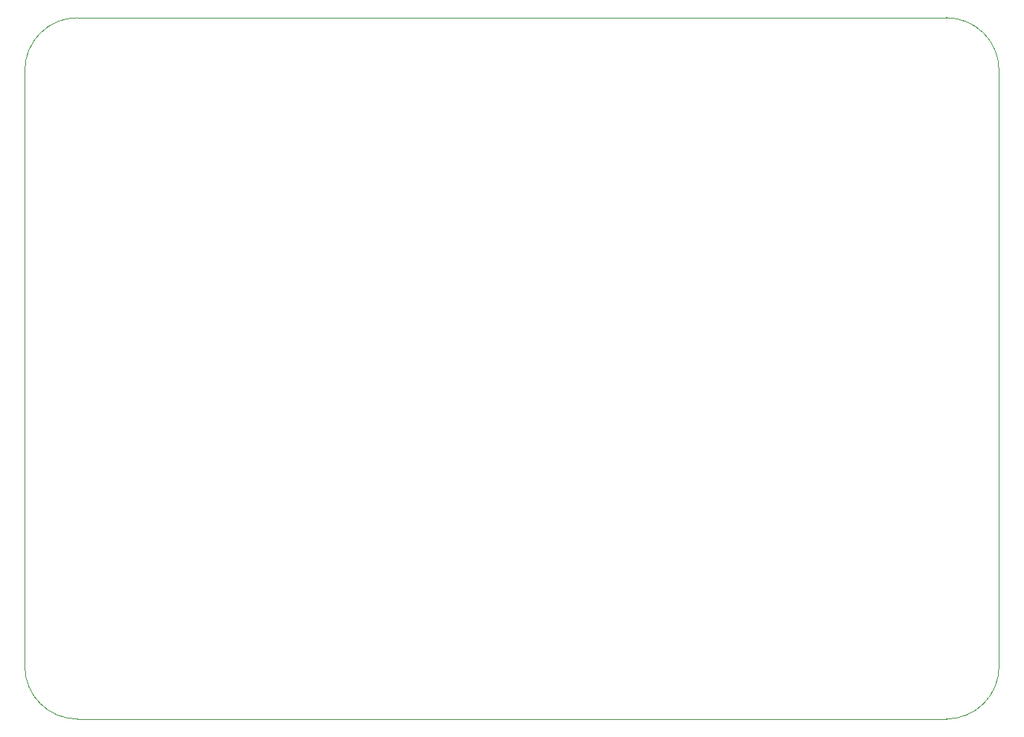
<source format=gbr>
G04 #@! TF.GenerationSoftware,KiCad,Pcbnew,(5.1.8)-1*
G04 #@! TF.CreationDate,2021-06-03T22:44:19-04:00*
G04 #@! TF.ProjectId,inkkeys,696e6b6b-6579-4732-9e6b-696361645f70,rev?*
G04 #@! TF.SameCoordinates,Original*
G04 #@! TF.FileFunction,Profile,NP*
%FSLAX46Y46*%
G04 Gerber Fmt 4.6, Leading zero omitted, Abs format (unit mm)*
G04 Created by KiCad (PCBNEW (5.1.8)-1) date 2021-06-03 22:44:19*
%MOMM*%
%LPD*%
G01*
G04 APERTURE LIST*
G04 #@! TA.AperFunction,Profile*
%ADD10C,0.100000*%
G04 #@! TD*
G04 APERTURE END LIST*
D10*
X202000000Y-60000000D02*
G75*
G02*
X208000000Y-66000000I0J-6000000D01*
G01*
X208000000Y-134000000D02*
G75*
G02*
X202000000Y-140000000I-6000000J0D01*
G01*
X103000000Y-140000000D02*
G75*
G02*
X97000000Y-134000000I0J6000000D01*
G01*
X97000000Y-66000000D02*
G75*
G02*
X103000000Y-60000000I6000000J0D01*
G01*
X97000000Y-134000000D02*
X97000000Y-66000000D01*
X202000000Y-140000000D02*
X103000000Y-140000000D01*
X208000000Y-66000000D02*
X208000000Y-134000000D01*
X103000000Y-60000000D02*
X202000000Y-60000000D01*
M02*

</source>
